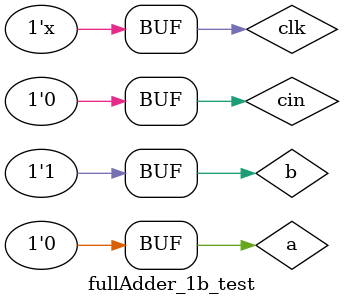
<source format=v>
`timescale 1ns / 1ps


module fullAdder_1b_test;

	// Inputs
	reg a;
	reg b;
	reg cin;
	reg clk;

	// Outputs
	wire sum;
	wire cout;

	// Instantiate the Unit Under Test (UUT)
	fullAdder_1b uut (
		.a(a),
		.b(b),
		.cin(cin),
		.sum(sum),
		.cout(cout)
	);

	initial begin
		// Initialize Inputs
		a = 0;
		b = 0;
		cin = 0;
		clk = 0;

		// Add stimulus here
		#100	a = 1; b = 1;
		#100	a = 0; b = 1;
	end

always begin
	#100 clk = ~clk;
end

endmodule

</source>
